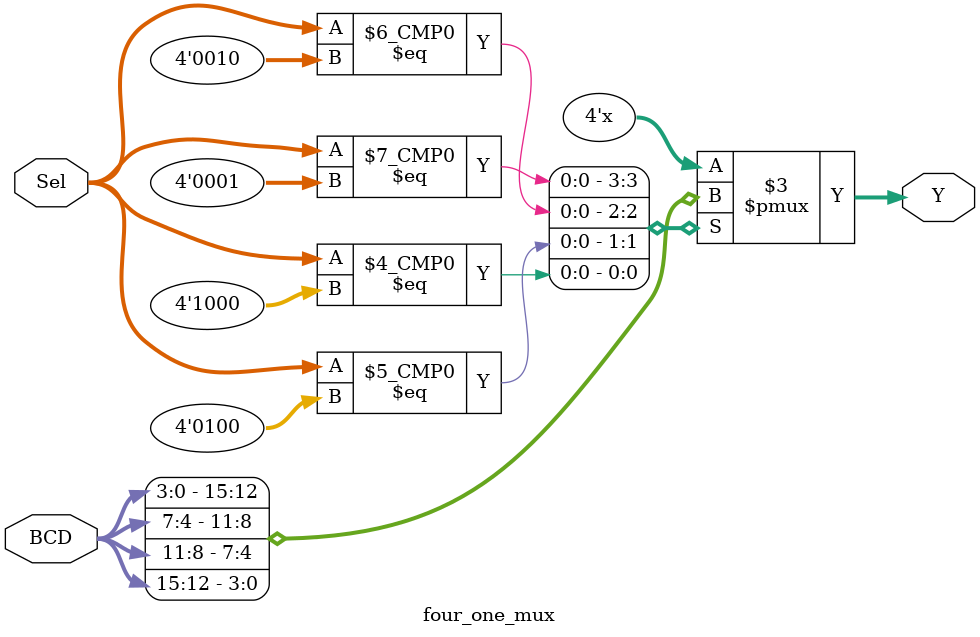
<source format=v>
`timescale 1ns / 1ps


module four_one_mux(BCD,Sel,Y);
    input [15:0] BCD;
    input [3:0] Sel;
    output reg [3:0] Y; 
    
    always@(*)
    begin
        case(Sel)
            4'b0001: Y = BCD[3:0];
            4'b0010: Y = BCD[7:4];
            4'b0100: Y = BCD[11:8];
            4'b1000: Y = BCD[15:12];
        endcase
    end
endmodule

</source>
